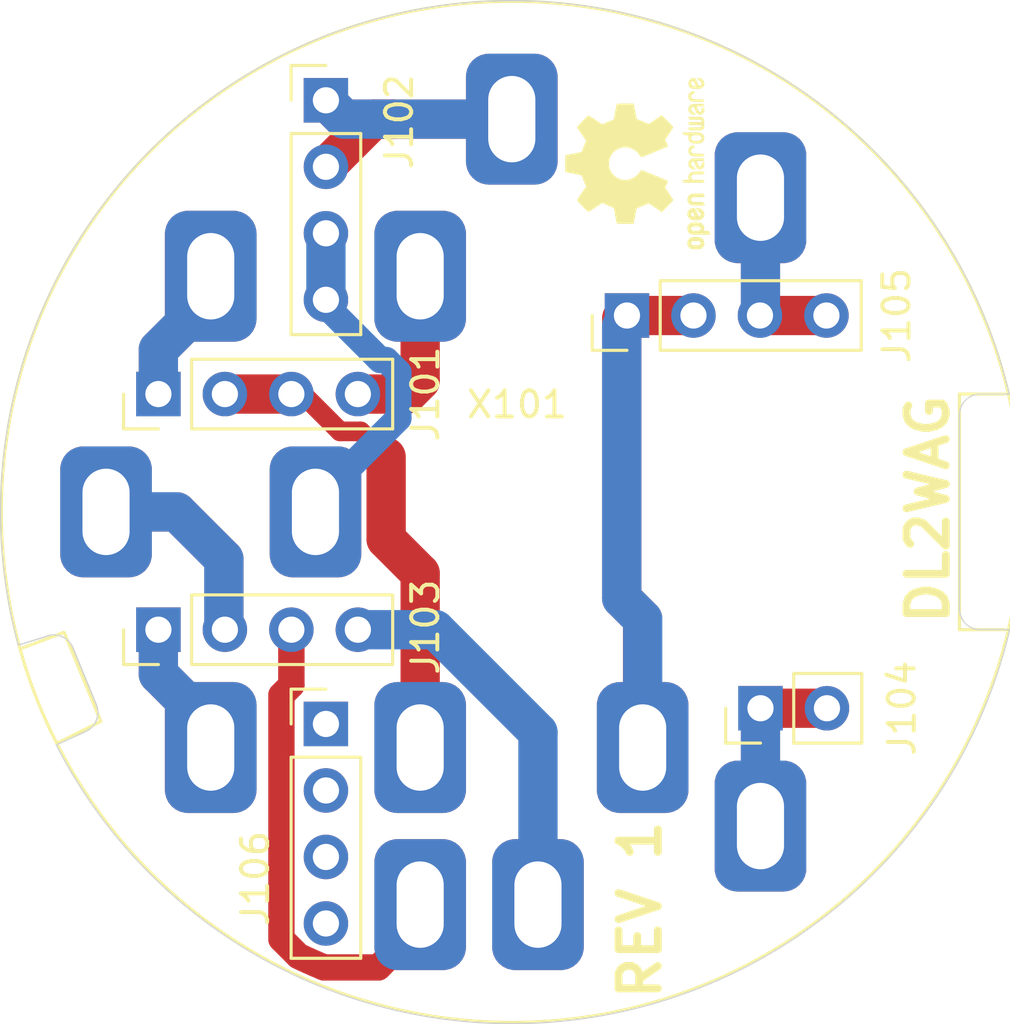
<source format=kicad_pcb>
(kicad_pcb (version 20171130) (host pcbnew 5.1.9-73d0e3b20d~88~ubuntu18.04.1)

  (general
    (thickness 1.6)
    (drawings 14)
    (tracks 84)
    (zones 0)
    (modules 8)
    (nets 13)
  )

  (page A4)
  (title_block
    (title "Anschlussstecker Fernbedienung SABA 6-3D")
    (date 2021-01-11)
    (rev 1)
    (company "Martin Wagner DL2WAG")
    (comment 1 "Lizenz: CERN-OHL-W (OHL v2)")
    (comment 3 "Radios 6-3D von 1955 (Meersburg, Freiburg, weitere?)")
    (comment 4 "Adapter Anschlussstecker für Fernbedienung SABA")
  )

  (layers
    (0 F.Cu signal hide)
    (31 B.Cu signal hide)
    (32 B.Adhes user hide)
    (33 F.Adhes user hide)
    (34 B.Paste user hide)
    (35 F.Paste user hide)
    (36 B.SilkS user hide)
    (37 F.SilkS user)
    (38 B.Mask user hide)
    (39 F.Mask user hide)
    (40 Dwgs.User user hide)
    (41 Cmts.User user hide)
    (42 Eco1.User user hide)
    (43 Eco2.User user hide)
    (44 Edge.Cuts user)
    (45 Margin user hide)
    (46 B.CrtYd user hide)
    (47 F.CrtYd user hide)
    (48 B.Fab user hide)
    (49 F.Fab user)
  )

  (setup
    (last_trace_width 0.25)
    (user_trace_width 0.25)
    (user_trace_width 0.5)
    (user_trace_width 1)
    (user_trace_width 1.5)
    (user_trace_width 2)
    (trace_clearance 0.2)
    (zone_clearance 0.508)
    (zone_45_only no)
    (trace_min 0.2)
    (via_size 0.8)
    (via_drill 0.4)
    (via_min_size 0.4)
    (via_min_drill 0.3)
    (uvia_size 0.3)
    (uvia_drill 0.1)
    (uvias_allowed no)
    (uvia_min_size 0.2)
    (uvia_min_drill 0.1)
    (edge_width 0.05)
    (segment_width 0.2)
    (pcb_text_width 0.3)
    (pcb_text_size 1.5 1.5)
    (mod_edge_width 0.12)
    (mod_text_size 1 1)
    (mod_text_width 0.15)
    (pad_size 1.524 1.524)
    (pad_drill 0.762)
    (pad_to_mask_clearance 0)
    (aux_axis_origin 0 0)
    (visible_elements FFFFFF7F)
    (pcbplotparams
      (layerselection 0x21020_7ffffffe)
      (usegerberextensions false)
      (usegerberattributes true)
      (usegerberadvancedattributes true)
      (creategerberjobfile true)
      (excludeedgelayer true)
      (linewidth 0.100000)
      (plotframeref false)
      (viasonmask false)
      (mode 1)
      (useauxorigin false)
      (hpglpennumber 1)
      (hpglpenspeed 20)
      (hpglpendiameter 15.000000)
      (psnegative false)
      (psa4output false)
      (plotreference true)
      (plotvalue false)
      (plotinvisibletext false)
      (padsonsilk false)
      (subtractmaskfromsilk false)
      (outputformat 4)
      (mirror false)
      (drillshape 0)
      (scaleselection 1)
      (outputdirectory "pcb/"))
  )

  (net 0 "")
  (net 1 "Net-(J101-Pad4)")
  (net 2 "Net-(J101-Pad2)")
  (net 3 "Net-(J101-Pad1)")
  (net 4 "Net-(J102-Pad3)")
  (net 5 "Net-(J102-Pad1)")
  (net 6 "Net-(J103-Pad4)")
  (net 7 "Net-(J103-Pad3)")
  (net 8 "Net-(J103-Pad2)")
  (net 9 "Net-(J103-Pad1)")
  (net 10 "Net-(J104-Pad1)")
  (net 11 "Net-(J105-Pad3)")
  (net 12 "Net-(J105-Pad1)")

  (net_class Default "This is the default net class."
    (clearance 0.2)
    (trace_width 0.25)
    (via_dia 0.8)
    (via_drill 0.4)
    (uvia_dia 0.3)
    (uvia_drill 0.1)
    (add_net "Net-(J101-Pad1)")
    (add_net "Net-(J101-Pad2)")
    (add_net "Net-(J101-Pad4)")
    (add_net "Net-(J102-Pad1)")
    (add_net "Net-(J102-Pad3)")
    (add_net "Net-(J103-Pad1)")
    (add_net "Net-(J103-Pad2)")
    (add_net "Net-(J103-Pad3)")
    (add_net "Net-(J103-Pad4)")
    (add_net "Net-(J104-Pad1)")
    (add_net "Net-(J105-Pad1)")
    (add_net "Net-(J105-Pad3)")
  )

  (module Symbol:OSHW-Logo2_7.3x6mm_SilkScreen (layer F.Cu) (tedit 0) (tstamp 5FFC9A4B)
    (at 134.8 66.7 90)
    (descr "Open Source Hardware Symbol")
    (tags "Logo Symbol OSHW")
    (attr virtual)
    (fp_text reference REF** (at 0 0 90) (layer F.SilkS) hide
      (effects (font (size 1 1) (thickness 0.15)))
    )
    (fp_text value OSHW-Logo2_7.3x6mm_SilkScreen (at 0.75 0 90) (layer F.Fab) hide
      (effects (font (size 1 1) (thickness 0.15)))
    )
    (fp_poly (pts (xy 0.10391 -2.757652) (xy 0.182454 -2.757222) (xy 0.239298 -2.756058) (xy 0.278105 -2.753793)
      (xy 0.302538 -2.75006) (xy 0.316262 -2.744494) (xy 0.32294 -2.736727) (xy 0.326236 -2.726395)
      (xy 0.326556 -2.725057) (xy 0.331562 -2.700921) (xy 0.340829 -2.653299) (xy 0.353392 -2.587259)
      (xy 0.368287 -2.507872) (xy 0.384551 -2.420204) (xy 0.385119 -2.417125) (xy 0.40141 -2.331211)
      (xy 0.416652 -2.255304) (xy 0.429861 -2.193955) (xy 0.440054 -2.151718) (xy 0.446248 -2.133145)
      (xy 0.446543 -2.132816) (xy 0.464788 -2.123747) (xy 0.502405 -2.108633) (xy 0.551271 -2.090738)
      (xy 0.551543 -2.090642) (xy 0.613093 -2.067507) (xy 0.685657 -2.038035) (xy 0.754057 -2.008403)
      (xy 0.757294 -2.006938) (xy 0.868702 -1.956374) (xy 1.115399 -2.12484) (xy 1.191077 -2.176197)
      (xy 1.259631 -2.222111) (xy 1.317088 -2.25997) (xy 1.359476 -2.287163) (xy 1.382825 -2.301079)
      (xy 1.385042 -2.302111) (xy 1.40201 -2.297516) (xy 1.433701 -2.275345) (xy 1.481352 -2.234553)
      (xy 1.546198 -2.174095) (xy 1.612397 -2.109773) (xy 1.676214 -2.046388) (xy 1.733329 -1.988549)
      (xy 1.780305 -1.939825) (xy 1.813703 -1.90379) (xy 1.830085 -1.884016) (xy 1.830694 -1.882998)
      (xy 1.832505 -1.869428) (xy 1.825683 -1.847267) (xy 1.80854 -1.813522) (xy 1.779393 -1.7652)
      (xy 1.736555 -1.699308) (xy 1.679448 -1.614483) (xy 1.628766 -1.539823) (xy 1.583461 -1.47286)
      (xy 1.54615 -1.417484) (xy 1.519452 -1.37758) (xy 1.505985 -1.357038) (xy 1.505137 -1.355644)
      (xy 1.506781 -1.335962) (xy 1.519245 -1.297707) (xy 1.540048 -1.248111) (xy 1.547462 -1.232272)
      (xy 1.579814 -1.16171) (xy 1.614328 -1.081647) (xy 1.642365 -1.012371) (xy 1.662568 -0.960955)
      (xy 1.678615 -0.921881) (xy 1.687888 -0.901459) (xy 1.689041 -0.899886) (xy 1.706096 -0.897279)
      (xy 1.746298 -0.890137) (xy 1.804302 -0.879477) (xy 1.874763 -0.866315) (xy 1.952335 -0.851667)
      (xy 2.031672 -0.836551) (xy 2.107431 -0.821982) (xy 2.174264 -0.808978) (xy 2.226828 -0.798555)
      (xy 2.259776 -0.79173) (xy 2.267857 -0.789801) (xy 2.276205 -0.785038) (xy 2.282506 -0.774282)
      (xy 2.287045 -0.753902) (xy 2.290104 -0.720266) (xy 2.291967 -0.669745) (xy 2.292918 -0.598708)
      (xy 2.29324 -0.503524) (xy 2.293257 -0.464508) (xy 2.293257 -0.147201) (xy 2.217057 -0.132161)
      (xy 2.174663 -0.124005) (xy 2.1114 -0.112101) (xy 2.034962 -0.097884) (xy 1.953043 -0.08279)
      (xy 1.9304 -0.078645) (xy 1.854806 -0.063947) (xy 1.788953 -0.049495) (xy 1.738366 -0.036625)
      (xy 1.708574 -0.026678) (xy 1.703612 -0.023713) (xy 1.691426 -0.002717) (xy 1.673953 0.037967)
      (xy 1.654577 0.090322) (xy 1.650734 0.1016) (xy 1.625339 0.171523) (xy 1.593817 0.250418)
      (xy 1.562969 0.321266) (xy 1.562817 0.321595) (xy 1.511447 0.432733) (xy 1.680399 0.681253)
      (xy 1.849352 0.929772) (xy 1.632429 1.147058) (xy 1.566819 1.211726) (xy 1.506979 1.268733)
      (xy 1.456267 1.315033) (xy 1.418046 1.347584) (xy 1.395675 1.363343) (xy 1.392466 1.364343)
      (xy 1.373626 1.356469) (xy 1.33518 1.334578) (xy 1.28133 1.301267) (xy 1.216276 1.259131)
      (xy 1.14594 1.211943) (xy 1.074555 1.16381) (xy 1.010908 1.121928) (xy 0.959041 1.088871)
      (xy 0.922995 1.067218) (xy 0.906867 1.059543) (xy 0.887189 1.066037) (xy 0.849875 1.08315)
      (xy 0.802621 1.107326) (xy 0.797612 1.110013) (xy 0.733977 1.141927) (xy 0.690341 1.157579)
      (xy 0.663202 1.157745) (xy 0.649057 1.143204) (xy 0.648975 1.143) (xy 0.641905 1.125779)
      (xy 0.625042 1.084899) (xy 0.599695 1.023525) (xy 0.567171 0.944819) (xy 0.528778 0.851947)
      (xy 0.485822 0.748072) (xy 0.444222 0.647502) (xy 0.398504 0.536516) (xy 0.356526 0.433703)
      (xy 0.319548 0.342215) (xy 0.288827 0.265201) (xy 0.265622 0.205815) (xy 0.25119 0.167209)
      (xy 0.246743 0.1528) (xy 0.257896 0.136272) (xy 0.287069 0.10993) (xy 0.325971 0.080887)
      (xy 0.436757 -0.010961) (xy 0.523351 -0.116241) (xy 0.584716 -0.232734) (xy 0.619815 -0.358224)
      (xy 0.627608 -0.490493) (xy 0.621943 -0.551543) (xy 0.591078 -0.678205) (xy 0.53792 -0.790059)
      (xy 0.465767 -0.885999) (xy 0.377917 -0.964924) (xy 0.277665 -1.02573) (xy 0.16831 -1.067313)
      (xy 0.053147 -1.088572) (xy -0.064525 -1.088401) (xy -0.18141 -1.065699) (xy -0.294211 -1.019362)
      (xy -0.399631 -0.948287) (xy -0.443632 -0.908089) (xy -0.528021 -0.804871) (xy -0.586778 -0.692075)
      (xy -0.620296 -0.57299) (xy -0.628965 -0.450905) (xy -0.613177 -0.329107) (xy -0.573322 -0.210884)
      (xy -0.509793 -0.099525) (xy -0.422979 0.001684) (xy -0.325971 0.080887) (xy -0.285563 0.111162)
      (xy -0.257018 0.137219) (xy -0.246743 0.152825) (xy -0.252123 0.169843) (xy -0.267425 0.2105)
      (xy -0.291388 0.271642) (xy -0.322756 0.350119) (xy -0.360268 0.44278) (xy -0.402667 0.546472)
      (xy -0.444337 0.647526) (xy -0.49031 0.758607) (xy -0.532893 0.861541) (xy -0.570779 0.953165)
      (xy -0.60266 1.030316) (xy -0.627229 1.089831) (xy -0.64318 1.128544) (xy -0.64909 1.143)
      (xy -0.663052 1.157685) (xy -0.69006 1.157642) (xy -0.733587 1.142099) (xy -0.79711 1.110284)
      (xy -0.797612 1.110013) (xy -0.84544 1.085323) (xy -0.884103 1.067338) (xy -0.905905 1.059614)
      (xy -0.906867 1.059543) (xy -0.923279 1.067378) (xy -0.959513 1.089165) (xy -1.011526 1.122328)
      (xy -1.075275 1.164291) (xy -1.14594 1.211943) (xy -1.217884 1.260191) (xy -1.282726 1.302151)
      (xy -1.336265 1.335227) (xy -1.374303 1.356821) (xy -1.392467 1.364343) (xy -1.409192 1.354457)
      (xy -1.44282 1.326826) (xy -1.48999 1.284495) (xy -1.547342 1.230505) (xy -1.611516 1.167899)
      (xy -1.632503 1.146983) (xy -1.849501 0.929623) (xy -1.684332 0.68722) (xy -1.634136 0.612781)
      (xy -1.590081 0.545972) (xy -1.554638 0.490665) (xy -1.530281 0.450729) (xy -1.519478 0.430036)
      (xy -1.519162 0.428563) (xy -1.524857 0.409058) (xy -1.540174 0.369822) (xy -1.562463 0.31743)
      (xy -1.578107 0.282355) (xy -1.607359 0.215201) (xy -1.634906 0.147358) (xy -1.656263 0.090034)
      (xy -1.662065 0.072572) (xy -1.678548 0.025938) (xy -1.69466 -0.010095) (xy -1.70351 -0.023713)
      (xy -1.72304 -0.032048) (xy -1.765666 -0.043863) (xy -1.825855 -0.057819) (xy -1.898078 -0.072578)
      (xy -1.9304 -0.078645) (xy -2.012478 -0.093727) (xy -2.091205 -0.108331) (xy -2.158891 -0.12102)
      (xy -2.20784 -0.130358) (xy -2.217057 -0.132161) (xy -2.293257 -0.147201) (xy -2.293257 -0.464508)
      (xy -2.293086 -0.568846) (xy -2.292384 -0.647787) (xy -2.290866 -0.704962) (xy -2.288251 -0.744001)
      (xy -2.284254 -0.768535) (xy -2.278591 -0.782195) (xy -2.27098 -0.788611) (xy -2.267857 -0.789801)
      (xy -2.249022 -0.79402) (xy -2.207412 -0.802438) (xy -2.14837 -0.814039) (xy -2.077243 -0.827805)
      (xy -1.999375 -0.84272) (xy -1.920113 -0.857768) (xy -1.844802 -0.871931) (xy -1.778787 -0.884194)
      (xy -1.727413 -0.893539) (xy -1.696025 -0.89895) (xy -1.689041 -0.899886) (xy -1.682715 -0.912404)
      (xy -1.66871 -0.945754) (xy -1.649645 -0.993623) (xy -1.642366 -1.012371) (xy -1.613004 -1.084805)
      (xy -1.578429 -1.16483) (xy -1.547463 -1.232272) (xy -1.524677 -1.283841) (xy -1.509518 -1.326215)
      (xy -1.504458 -1.352166) (xy -1.505264 -1.355644) (xy -1.515959 -1.372064) (xy -1.54038 -1.408583)
      (xy -1.575905 -1.461313) (xy -1.619913 -1.526365) (xy -1.669783 -1.599849) (xy -1.679644 -1.614355)
      (xy -1.737508 -1.700296) (xy -1.780044 -1.765739) (xy -1.808946 -1.813696) (xy -1.82591 -1.84718)
      (xy -1.832633 -1.869205) (xy -1.83081 -1.882783) (xy -1.830764 -1.882869) (xy -1.816414 -1.900703)
      (xy -1.784677 -1.935183) (xy -1.73899 -1.982732) (xy -1.682796 -2.039778) (xy -1.619532 -2.102745)
      (xy -1.612398 -2.109773) (xy -1.53267 -2.18698) (xy -1.471143 -2.24367) (xy -1.426579 -2.28089)
      (xy -1.397743 -2.299685) (xy -1.385042 -2.302111) (xy -1.366506 -2.291529) (xy -1.328039 -2.267084)
      (xy -1.273614 -2.231388) (xy -1.207202 -2.187053) (xy -1.132775 -2.136689) (xy -1.115399 -2.12484)
      (xy -0.868703 -1.956374) (xy -0.757294 -2.006938) (xy -0.689543 -2.036405) (xy -0.616817 -2.066041)
      (xy -0.554297 -2.08967) (xy -0.551543 -2.090642) (xy -0.50264 -2.108543) (xy -0.464943 -2.12368)
      (xy -0.446575 -2.13279) (xy -0.446544 -2.132816) (xy -0.440715 -2.149283) (xy -0.430808 -2.189781)
      (xy -0.417805 -2.249758) (xy -0.402691 -2.32466) (xy -0.386448 -2.409936) (xy -0.385119 -2.417125)
      (xy -0.368825 -2.504986) (xy -0.353867 -2.58474) (xy -0.341209 -2.651319) (xy -0.331814 -2.699653)
      (xy -0.326646 -2.724675) (xy -0.326556 -2.725057) (xy -0.323411 -2.735701) (xy -0.317296 -2.743738)
      (xy -0.304547 -2.749533) (xy -0.2815 -2.753453) (xy -0.244491 -2.755865) (xy -0.189856 -2.757135)
      (xy -0.113933 -2.757629) (xy -0.013056 -2.757714) (xy 0 -2.757714) (xy 0.10391 -2.757652)) (layer F.SilkS) (width 0.01))
    (fp_poly (pts (xy 3.153595 1.966966) (xy 3.211021 2.004497) (xy 3.238719 2.038096) (xy 3.260662 2.099064)
      (xy 3.262405 2.147308) (xy 3.258457 2.211816) (xy 3.109686 2.276934) (xy 3.037349 2.310202)
      (xy 2.990084 2.336964) (xy 2.965507 2.360144) (xy 2.961237 2.382667) (xy 2.974889 2.407455)
      (xy 2.989943 2.423886) (xy 3.033746 2.450235) (xy 3.081389 2.452081) (xy 3.125145 2.431546)
      (xy 3.157289 2.390752) (xy 3.163038 2.376347) (xy 3.190576 2.331356) (xy 3.222258 2.312182)
      (xy 3.265714 2.295779) (xy 3.265714 2.357966) (xy 3.261872 2.400283) (xy 3.246823 2.435969)
      (xy 3.21528 2.476943) (xy 3.210592 2.482267) (xy 3.175506 2.51872) (xy 3.145347 2.538283)
      (xy 3.107615 2.547283) (xy 3.076335 2.55023) (xy 3.020385 2.550965) (xy 2.980555 2.54166)
      (xy 2.955708 2.527846) (xy 2.916656 2.497467) (xy 2.889625 2.464613) (xy 2.872517 2.423294)
      (xy 2.863238 2.367521) (xy 2.859693 2.291305) (xy 2.85941 2.252622) (xy 2.860372 2.206247)
      (xy 2.948007 2.206247) (xy 2.949023 2.231126) (xy 2.951556 2.2352) (xy 2.968274 2.229665)
      (xy 3.004249 2.215017) (xy 3.052331 2.19419) (xy 3.062386 2.189714) (xy 3.123152 2.158814)
      (xy 3.156632 2.131657) (xy 3.16399 2.10622) (xy 3.146391 2.080481) (xy 3.131856 2.069109)
      (xy 3.07941 2.046364) (xy 3.030322 2.050122) (xy 2.989227 2.077884) (xy 2.960758 2.127152)
      (xy 2.951631 2.166257) (xy 2.948007 2.206247) (xy 2.860372 2.206247) (xy 2.861285 2.162249)
      (xy 2.868196 2.095384) (xy 2.881884 2.046695) (xy 2.904096 2.010849) (xy 2.936574 1.982513)
      (xy 2.950733 1.973355) (xy 3.015053 1.949507) (xy 3.085473 1.948006) (xy 3.153595 1.966966)) (layer F.SilkS) (width 0.01))
    (fp_poly (pts (xy 2.6526 1.958752) (xy 2.669948 1.966334) (xy 2.711356 1.999128) (xy 2.746765 2.046547)
      (xy 2.768664 2.097151) (xy 2.772229 2.122098) (xy 2.760279 2.156927) (xy 2.734067 2.175357)
      (xy 2.705964 2.186516) (xy 2.693095 2.188572) (xy 2.686829 2.173649) (xy 2.674456 2.141175)
      (xy 2.669028 2.126502) (xy 2.63859 2.075744) (xy 2.59452 2.050427) (xy 2.53801 2.051206)
      (xy 2.533825 2.052203) (xy 2.503655 2.066507) (xy 2.481476 2.094393) (xy 2.466327 2.139287)
      (xy 2.45725 2.204615) (xy 2.453286 2.293804) (xy 2.452914 2.341261) (xy 2.45273 2.416071)
      (xy 2.451522 2.467069) (xy 2.448309 2.499471) (xy 2.442109 2.518495) (xy 2.43194 2.529356)
      (xy 2.416819 2.537272) (xy 2.415946 2.53767) (xy 2.386828 2.549981) (xy 2.372403 2.554514)
      (xy 2.370186 2.540809) (xy 2.368289 2.502925) (xy 2.366847 2.445715) (xy 2.365998 2.374027)
      (xy 2.365829 2.321565) (xy 2.366692 2.220047) (xy 2.37007 2.143032) (xy 2.377142 2.086023)
      (xy 2.389088 2.044526) (xy 2.40709 2.014043) (xy 2.432327 1.99008) (xy 2.457247 1.973355)
      (xy 2.517171 1.951097) (xy 2.586911 1.946076) (xy 2.6526 1.958752)) (layer F.SilkS) (width 0.01))
    (fp_poly (pts (xy 2.144876 1.956335) (xy 2.186667 1.975344) (xy 2.219469 1.998378) (xy 2.243503 2.024133)
      (xy 2.260097 2.057358) (xy 2.270577 2.1028) (xy 2.276271 2.165207) (xy 2.278507 2.249327)
      (xy 2.278743 2.304721) (xy 2.278743 2.520826) (xy 2.241774 2.53767) (xy 2.212656 2.549981)
      (xy 2.198231 2.554514) (xy 2.195472 2.541025) (xy 2.193282 2.504653) (xy 2.191942 2.451542)
      (xy 2.191657 2.409372) (xy 2.190434 2.348447) (xy 2.187136 2.300115) (xy 2.182321 2.270518)
      (xy 2.178496 2.264229) (xy 2.152783 2.270652) (xy 2.112418 2.287125) (xy 2.065679 2.309458)
      (xy 2.020845 2.333457) (xy 1.986193 2.35493) (xy 1.970002 2.369685) (xy 1.969938 2.369845)
      (xy 1.97133 2.397152) (xy 1.983818 2.423219) (xy 2.005743 2.444392) (xy 2.037743 2.451474)
      (xy 2.065092 2.450649) (xy 2.103826 2.450042) (xy 2.124158 2.459116) (xy 2.136369 2.483092)
      (xy 2.137909 2.487613) (xy 2.143203 2.521806) (xy 2.129047 2.542568) (xy 2.092148 2.552462)
      (xy 2.052289 2.554292) (xy 1.980562 2.540727) (xy 1.943432 2.521355) (xy 1.897576 2.475845)
      (xy 1.873256 2.419983) (xy 1.871073 2.360957) (xy 1.891629 2.305953) (xy 1.922549 2.271486)
      (xy 1.95342 2.252189) (xy 2.001942 2.227759) (xy 2.058485 2.202985) (xy 2.06791 2.199199)
      (xy 2.130019 2.171791) (xy 2.165822 2.147634) (xy 2.177337 2.123619) (xy 2.16658 2.096635)
      (xy 2.148114 2.075543) (xy 2.104469 2.049572) (xy 2.056446 2.047624) (xy 2.012406 2.067637)
      (xy 1.980709 2.107551) (xy 1.976549 2.117848) (xy 1.952327 2.155724) (xy 1.916965 2.183842)
      (xy 1.872343 2.206917) (xy 1.872343 2.141485) (xy 1.874969 2.101506) (xy 1.88623 2.069997)
      (xy 1.911199 2.036378) (xy 1.935169 2.010484) (xy 1.972441 1.973817) (xy 2.001401 1.954121)
      (xy 2.032505 1.94622) (xy 2.067713 1.944914) (xy 2.144876 1.956335)) (layer F.SilkS) (width 0.01))
    (fp_poly (pts (xy 1.779833 1.958663) (xy 1.782048 1.99685) (xy 1.783784 2.054886) (xy 1.784899 2.12818)
      (xy 1.785257 2.205055) (xy 1.785257 2.465196) (xy 1.739326 2.511127) (xy 1.707675 2.539429)
      (xy 1.67989 2.550893) (xy 1.641915 2.550168) (xy 1.62684 2.548321) (xy 1.579726 2.542948)
      (xy 1.540756 2.539869) (xy 1.531257 2.539585) (xy 1.499233 2.541445) (xy 1.453432 2.546114)
      (xy 1.435674 2.548321) (xy 1.392057 2.551735) (xy 1.362745 2.54432) (xy 1.33368 2.521427)
      (xy 1.323188 2.511127) (xy 1.277257 2.465196) (xy 1.277257 1.978602) (xy 1.314226 1.961758)
      (xy 1.346059 1.949282) (xy 1.364683 1.944914) (xy 1.369458 1.958718) (xy 1.373921 1.997286)
      (xy 1.377775 2.056356) (xy 1.380722 2.131663) (xy 1.382143 2.195286) (xy 1.386114 2.445657)
      (xy 1.420759 2.450556) (xy 1.452268 2.447131) (xy 1.467708 2.436041) (xy 1.472023 2.415308)
      (xy 1.475708 2.371145) (xy 1.478469 2.309146) (xy 1.480012 2.234909) (xy 1.480235 2.196706)
      (xy 1.480457 1.976783) (xy 1.526166 1.960849) (xy 1.558518 1.950015) (xy 1.576115 1.944962)
      (xy 1.576623 1.944914) (xy 1.578388 1.958648) (xy 1.580329 1.99673) (xy 1.582282 2.054482)
      (xy 1.584084 2.127227) (xy 1.585343 2.195286) (xy 1.589314 2.445657) (xy 1.6764 2.445657)
      (xy 1.680396 2.21724) (xy 1.684392 1.988822) (xy 1.726847 1.966868) (xy 1.758192 1.951793)
      (xy 1.776744 1.944951) (xy 1.777279 1.944914) (xy 1.779833 1.958663)) (layer F.SilkS) (width 0.01))
    (fp_poly (pts (xy 1.190117 2.065358) (xy 1.189933 2.173837) (xy 1.189219 2.257287) (xy 1.187675 2.319704)
      (xy 1.185001 2.365085) (xy 1.180894 2.397429) (xy 1.175055 2.420733) (xy 1.167182 2.438995)
      (xy 1.161221 2.449418) (xy 1.111855 2.505945) (xy 1.049264 2.541377) (xy 0.980013 2.55409)
      (xy 0.910668 2.542463) (xy 0.869375 2.521568) (xy 0.826025 2.485422) (xy 0.796481 2.441276)
      (xy 0.778655 2.383462) (xy 0.770463 2.306313) (xy 0.769302 2.249714) (xy 0.769458 2.245647)
      (xy 0.870857 2.245647) (xy 0.871476 2.31055) (xy 0.874314 2.353514) (xy 0.88084 2.381622)
      (xy 0.892523 2.401953) (xy 0.906483 2.417288) (xy 0.953365 2.44689) (xy 1.003701 2.449419)
      (xy 1.051276 2.424705) (xy 1.054979 2.421356) (xy 1.070783 2.403935) (xy 1.080693 2.383209)
      (xy 1.086058 2.352362) (xy 1.088228 2.304577) (xy 1.088571 2.251748) (xy 1.087827 2.185381)
      (xy 1.084748 2.141106) (xy 1.078061 2.112009) (xy 1.066496 2.091173) (xy 1.057013 2.080107)
      (xy 1.01296 2.052198) (xy 0.962224 2.048843) (xy 0.913796 2.070159) (xy 0.90445 2.078073)
      (xy 0.88854 2.095647) (xy 0.87861 2.116587) (xy 0.873278 2.147782) (xy 0.871163 2.196122)
      (xy 0.870857 2.245647) (xy 0.769458 2.245647) (xy 0.77281 2.158568) (xy 0.784726 2.090086)
      (xy 0.807135 2.0386) (xy 0.842124 1.998443) (xy 0.869375 1.977861) (xy 0.918907 1.955625)
      (xy 0.976316 1.945304) (xy 1.029682 1.948067) (xy 1.059543 1.959212) (xy 1.071261 1.962383)
      (xy 1.079037 1.950557) (xy 1.084465 1.918866) (xy 1.088571 1.870593) (xy 1.093067 1.816829)
      (xy 1.099313 1.784482) (xy 1.110676 1.765985) (xy 1.130528 1.75377) (xy 1.143 1.748362)
      (xy 1.190171 1.728601) (xy 1.190117 2.065358)) (layer F.SilkS) (width 0.01))
    (fp_poly (pts (xy 0.529926 1.949755) (xy 0.595858 1.974084) (xy 0.649273 2.017117) (xy 0.670164 2.047409)
      (xy 0.692939 2.102994) (xy 0.692466 2.143186) (xy 0.668562 2.170217) (xy 0.659717 2.174813)
      (xy 0.62153 2.189144) (xy 0.602028 2.185472) (xy 0.595422 2.161407) (xy 0.595086 2.148114)
      (xy 0.582992 2.09921) (xy 0.551471 2.064999) (xy 0.507659 2.048476) (xy 0.458695 2.052634)
      (xy 0.418894 2.074227) (xy 0.40545 2.086544) (xy 0.395921 2.101487) (xy 0.389485 2.124075)
      (xy 0.385317 2.159328) (xy 0.382597 2.212266) (xy 0.380502 2.287907) (xy 0.37996 2.311857)
      (xy 0.377981 2.39379) (xy 0.375731 2.451455) (xy 0.372357 2.489608) (xy 0.367006 2.513004)
      (xy 0.358824 2.526398) (xy 0.346959 2.534545) (xy 0.339362 2.538144) (xy 0.307102 2.550452)
      (xy 0.288111 2.554514) (xy 0.281836 2.540948) (xy 0.278006 2.499934) (xy 0.2766 2.430999)
      (xy 0.277598 2.333669) (xy 0.277908 2.318657) (xy 0.280101 2.229859) (xy 0.282693 2.165019)
      (xy 0.286382 2.119067) (xy 0.291864 2.086935) (xy 0.299835 2.063553) (xy 0.310993 2.043852)
      (xy 0.31683 2.03541) (xy 0.350296 1.998057) (xy 0.387727 1.969003) (xy 0.392309 1.966467)
      (xy 0.459426 1.946443) (xy 0.529926 1.949755)) (layer F.SilkS) (width 0.01))
    (fp_poly (pts (xy 0.039744 1.950968) (xy 0.096616 1.972087) (xy 0.097267 1.972493) (xy 0.13244 1.99838)
      (xy 0.158407 2.028633) (xy 0.17667 2.068058) (xy 0.188732 2.121462) (xy 0.196096 2.193651)
      (xy 0.200264 2.289432) (xy 0.200629 2.303078) (xy 0.205876 2.508842) (xy 0.161716 2.531678)
      (xy 0.129763 2.54711) (xy 0.11047 2.554423) (xy 0.109578 2.554514) (xy 0.106239 2.541022)
      (xy 0.103587 2.504626) (xy 0.101956 2.451452) (xy 0.1016 2.408393) (xy 0.101592 2.338641)
      (xy 0.098403 2.294837) (xy 0.087288 2.273944) (xy 0.063501 2.272925) (xy 0.022296 2.288741)
      (xy -0.039914 2.317815) (xy -0.085659 2.341963) (xy -0.109187 2.362913) (xy -0.116104 2.385747)
      (xy -0.116114 2.386877) (xy -0.104701 2.426212) (xy -0.070908 2.447462) (xy -0.019191 2.450539)
      (xy 0.018061 2.450006) (xy 0.037703 2.460735) (xy 0.049952 2.486505) (xy 0.057002 2.519337)
      (xy 0.046842 2.537966) (xy 0.043017 2.540632) (xy 0.007001 2.55134) (xy -0.043434 2.552856)
      (xy -0.095374 2.545759) (xy -0.132178 2.532788) (xy -0.183062 2.489585) (xy -0.211986 2.429446)
      (xy -0.217714 2.382462) (xy -0.213343 2.340082) (xy -0.197525 2.305488) (xy -0.166203 2.274763)
      (xy -0.115322 2.24399) (xy -0.040824 2.209252) (xy -0.036286 2.207288) (xy 0.030821 2.176287)
      (xy 0.072232 2.150862) (xy 0.089981 2.128014) (xy 0.086107 2.104745) (xy 0.062643 2.078056)
      (xy 0.055627 2.071914) (xy 0.00863 2.0481) (xy -0.040067 2.049103) (xy -0.082478 2.072451)
      (xy -0.110616 2.115675) (xy -0.113231 2.12416) (xy -0.138692 2.165308) (xy -0.170999 2.185128)
      (xy -0.217714 2.20477) (xy -0.217714 2.15395) (xy -0.203504 2.080082) (xy -0.161325 2.012327)
      (xy -0.139376 1.989661) (xy -0.089483 1.960569) (xy -0.026033 1.9474) (xy 0.039744 1.950968)) (layer F.SilkS) (width 0.01))
    (fp_poly (pts (xy -0.624114 1.851289) (xy -0.619861 1.910613) (xy -0.614975 1.945572) (xy -0.608205 1.96082)
      (xy -0.598298 1.961015) (xy -0.595086 1.959195) (xy -0.552356 1.946015) (xy -0.496773 1.946785)
      (xy -0.440263 1.960333) (xy -0.404918 1.977861) (xy -0.368679 2.005861) (xy -0.342187 2.037549)
      (xy -0.324001 2.077813) (xy -0.312678 2.131543) (xy -0.306778 2.203626) (xy -0.304857 2.298951)
      (xy -0.304823 2.317237) (xy -0.3048 2.522646) (xy -0.350509 2.53858) (xy -0.382973 2.54942)
      (xy -0.400785 2.554468) (xy -0.401309 2.554514) (xy -0.403063 2.540828) (xy -0.404556 2.503076)
      (xy -0.405674 2.446224) (xy -0.406303 2.375234) (xy -0.4064 2.332073) (xy -0.406602 2.246973)
      (xy -0.407642 2.185981) (xy -0.410169 2.144177) (xy -0.414836 2.116642) (xy -0.422293 2.098456)
      (xy -0.433189 2.084698) (xy -0.439993 2.078073) (xy -0.486728 2.051375) (xy -0.537728 2.049375)
      (xy -0.583999 2.071955) (xy -0.592556 2.080107) (xy -0.605107 2.095436) (xy -0.613812 2.113618)
      (xy -0.619369 2.139909) (xy -0.622474 2.179562) (xy -0.623824 2.237832) (xy -0.624114 2.318173)
      (xy -0.624114 2.522646) (xy -0.669823 2.53858) (xy -0.702287 2.54942) (xy -0.720099 2.554468)
      (xy -0.720623 2.554514) (xy -0.721963 2.540623) (xy -0.723172 2.501439) (xy -0.724199 2.4407)
      (xy -0.724998 2.362141) (xy -0.725519 2.269498) (xy -0.725714 2.166509) (xy -0.725714 1.769342)
      (xy -0.678543 1.749444) (xy -0.631371 1.729547) (xy -0.624114 1.851289)) (layer F.SilkS) (width 0.01))
    (fp_poly (pts (xy -1.831697 1.931239) (xy -1.774473 1.969735) (xy -1.730251 2.025335) (xy -1.703833 2.096086)
      (xy -1.69849 2.148162) (xy -1.699097 2.169893) (xy -1.704178 2.186531) (xy -1.718145 2.201437)
      (xy -1.745411 2.217973) (xy -1.790388 2.239498) (xy -1.857489 2.269374) (xy -1.857829 2.269524)
      (xy -1.919593 2.297813) (xy -1.970241 2.322933) (xy -2.004596 2.342179) (xy -2.017482 2.352848)
      (xy -2.017486 2.352934) (xy -2.006128 2.376166) (xy -1.979569 2.401774) (xy -1.949077 2.420221)
      (xy -1.93363 2.423886) (xy -1.891485 2.411212) (xy -1.855192 2.379471) (xy -1.837483 2.344572)
      (xy -1.820448 2.318845) (xy -1.787078 2.289546) (xy -1.747851 2.264235) (xy -1.713244 2.250471)
      (xy -1.706007 2.249714) (xy -1.697861 2.26216) (xy -1.69737 2.293972) (xy -1.703357 2.336866)
      (xy -1.714643 2.382558) (xy -1.73005 2.422761) (xy -1.730829 2.424322) (xy -1.777196 2.489062)
      (xy -1.837289 2.533097) (xy -1.905535 2.554711) (xy -1.976362 2.552185) (xy -2.044196 2.523804)
      (xy -2.047212 2.521808) (xy -2.100573 2.473448) (xy -2.13566 2.410352) (xy -2.155078 2.327387)
      (xy -2.157684 2.304078) (xy -2.162299 2.194055) (xy -2.156767 2.142748) (xy -2.017486 2.142748)
      (xy -2.015676 2.174753) (xy -2.005778 2.184093) (xy -1.981102 2.177105) (xy -1.942205 2.160587)
      (xy -1.898725 2.139881) (xy -1.897644 2.139333) (xy -1.860791 2.119949) (xy -1.846 2.107013)
      (xy -1.849647 2.093451) (xy -1.865005 2.075632) (xy -1.904077 2.049845) (xy -1.946154 2.04795)
      (xy -1.983897 2.066717) (xy -2.009966 2.102915) (xy -2.017486 2.142748) (xy -2.156767 2.142748)
      (xy -2.152806 2.106027) (xy -2.12845 2.036212) (xy -2.094544 1.987302) (xy -2.033347 1.937878)
      (xy -1.965937 1.913359) (xy -1.89712 1.911797) (xy -1.831697 1.931239)) (layer F.SilkS) (width 0.01))
    (fp_poly (pts (xy -2.958885 1.921962) (xy -2.890855 1.957733) (xy -2.840649 2.015301) (xy -2.822815 2.052312)
      (xy -2.808937 2.107882) (xy -2.801833 2.178096) (xy -2.80116 2.254727) (xy -2.806573 2.329552)
      (xy -2.81773 2.394342) (xy -2.834286 2.440873) (xy -2.839374 2.448887) (xy -2.899645 2.508707)
      (xy -2.971231 2.544535) (xy -3.048908 2.55502) (xy -3.127452 2.53881) (xy -3.149311 2.529092)
      (xy -3.191878 2.499143) (xy -3.229237 2.459433) (xy -3.232768 2.454397) (xy -3.247119 2.430124)
      (xy -3.256606 2.404178) (xy -3.26221 2.370022) (xy -3.264914 2.321119) (xy -3.265701 2.250935)
      (xy -3.265714 2.2352) (xy -3.265678 2.230192) (xy -3.120571 2.230192) (xy -3.119727 2.29643)
      (xy -3.116404 2.340386) (xy -3.109417 2.368779) (xy -3.097584 2.388325) (xy -3.091543 2.394857)
      (xy -3.056814 2.41968) (xy -3.023097 2.418548) (xy -2.989005 2.397016) (xy -2.968671 2.374029)
      (xy -2.956629 2.340478) (xy -2.949866 2.287569) (xy -2.949402 2.281399) (xy -2.948248 2.185513)
      (xy -2.960312 2.114299) (xy -2.98543 2.068194) (xy -3.02344 2.047635) (xy -3.037008 2.046514)
      (xy -3.072636 2.052152) (xy -3.097006 2.071686) (xy -3.111907 2.109042) (xy -3.119125 2.16815)
      (xy -3.120571 2.230192) (xy -3.265678 2.230192) (xy -3.265174 2.160413) (xy -3.262904 2.108159)
      (xy -3.257932 2.071949) (xy -3.249287 2.045299) (xy -3.235995 2.021722) (xy -3.233057 2.017338)
      (xy -3.183687 1.958249) (xy -3.129891 1.923947) (xy -3.064398 1.910331) (xy -3.042158 1.909665)
      (xy -2.958885 1.921962)) (layer F.SilkS) (width 0.01))
    (fp_poly (pts (xy -1.283907 1.92778) (xy -1.237328 1.954723) (xy -1.204943 1.981466) (xy -1.181258 2.009484)
      (xy -1.164941 2.043748) (xy -1.154661 2.089227) (xy -1.149086 2.150892) (xy -1.146884 2.233711)
      (xy -1.146629 2.293246) (xy -1.146629 2.512391) (xy -1.208314 2.540044) (xy -1.27 2.567697)
      (xy -1.277257 2.32767) (xy -1.280256 2.238028) (xy -1.283402 2.172962) (xy -1.287299 2.128026)
      (xy -1.292553 2.09877) (xy -1.299769 2.080748) (xy -1.30955 2.069511) (xy -1.312688 2.067079)
      (xy -1.360239 2.048083) (xy -1.408303 2.0556) (xy -1.436914 2.075543) (xy -1.448553 2.089675)
      (xy -1.456609 2.10822) (xy -1.461729 2.136334) (xy -1.464559 2.179173) (xy -1.465744 2.241895)
      (xy -1.465943 2.307261) (xy -1.465982 2.389268) (xy -1.467386 2.447316) (xy -1.472086 2.486465)
      (xy -1.482013 2.51178) (xy -1.499097 2.528323) (xy -1.525268 2.541156) (xy -1.560225 2.554491)
      (xy -1.598404 2.569007) (xy -1.593859 2.311389) (xy -1.592029 2.218519) (xy -1.589888 2.149889)
      (xy -1.586819 2.100711) (xy -1.582206 2.066198) (xy -1.575432 2.041562) (xy -1.565881 2.022016)
      (xy -1.554366 2.00477) (xy -1.49881 1.94968) (xy -1.43102 1.917822) (xy -1.357287 1.910191)
      (xy -1.283907 1.92778)) (layer F.SilkS) (width 0.01))
    (fp_poly (pts (xy -2.400256 1.919918) (xy -2.344799 1.947568) (xy -2.295852 1.99848) (xy -2.282371 2.017338)
      (xy -2.267686 2.042015) (xy -2.258158 2.068816) (xy -2.252707 2.104587) (xy -2.250253 2.156169)
      (xy -2.249714 2.224267) (xy -2.252148 2.317588) (xy -2.260606 2.387657) (xy -2.276826 2.439931)
      (xy -2.302546 2.479869) (xy -2.339503 2.512929) (xy -2.342218 2.514886) (xy -2.37864 2.534908)
      (xy -2.422498 2.544815) (xy -2.478276 2.547257) (xy -2.568952 2.547257) (xy -2.56899 2.635283)
      (xy -2.569834 2.684308) (xy -2.574976 2.713065) (xy -2.588413 2.730311) (xy -2.614142 2.744808)
      (xy -2.620321 2.747769) (xy -2.649236 2.761648) (xy -2.671624 2.770414) (xy -2.688271 2.771171)
      (xy -2.699964 2.761023) (xy -2.70749 2.737073) (xy -2.711634 2.696426) (xy -2.713185 2.636186)
      (xy -2.712929 2.553455) (xy -2.711651 2.445339) (xy -2.711252 2.413) (xy -2.709815 2.301524)
      (xy -2.708528 2.228603) (xy -2.569029 2.228603) (xy -2.568245 2.290499) (xy -2.56476 2.330997)
      (xy -2.556876 2.357708) (xy -2.542895 2.378244) (xy -2.533403 2.38826) (xy -2.494596 2.417567)
      (xy -2.460237 2.419952) (xy -2.424784 2.39575) (xy -2.423886 2.394857) (xy -2.409461 2.376153)
      (xy -2.400687 2.350732) (xy -2.396261 2.311584) (xy -2.394882 2.251697) (xy -2.394857 2.23843)
      (xy -2.398188 2.155901) (xy -2.409031 2.098691) (xy -2.42866 2.063766) (xy -2.45835 2.048094)
      (xy -2.475509 2.046514) (xy -2.516234 2.053926) (xy -2.544168 2.07833) (xy -2.560983 2.12298)
      (xy -2.56835 2.19113) (xy -2.569029 2.228603) (xy -2.708528 2.228603) (xy -2.708292 2.215245)
      (xy -2.706323 2.150333) (xy -2.70355 2.102958) (xy -2.699612 2.06929) (xy -2.694151 2.045498)
      (xy -2.686808 2.027753) (xy -2.677223 2.012224) (xy -2.673113 2.006381) (xy -2.618595 1.951185)
      (xy -2.549664 1.91989) (xy -2.469928 1.911165) (xy -2.400256 1.919918)) (layer F.SilkS) (width 0.01))
  )

  (module stecker:stecker-6-3d (layer F.Cu) (tedit 5FFC197B) (tstamp 5FFC9A92)
    (at 130 80)
    (path /5FFB3011)
    (fp_text reference X101 (at 0.2 -4.1) (layer F.SilkS)
      (effects (font (size 1 1) (thickness 0.15)))
    )
    (fp_text value Stecker-6-3D (at 0.5 -21) (layer F.Fab)
      (effects (font (size 1 1) (thickness 0.15)))
    )
    (fp_line (start -15.7 8) (end -17.3 8.8) (layer F.SilkS) (width 0.12))
    (fp_line (start -17.1 4.6) (end -18.7 5.2) (layer F.SilkS) (width 0.12))
    (fp_line (start -17.1 4.6) (end -15.7 8) (layer F.SilkS) (width 0.12))
    (fp_circle (center 0 0) (end 19.5 0) (layer F.SilkS) (width 0.12))
    (fp_line (start 18.85 -4.5) (end 17.1 -4.5) (layer F.SilkS) (width 0.12))
    (fp_line (start 17.1 -4.5) (end 17.1 4.5) (layer F.SilkS) (width 0.12))
    (fp_line (start 17.1 4.5) (end 18.85 4.5) (layer F.SilkS) (width 0.12))
    (fp_text user "ToDo Position nochmal pruefen!!" (at 0.8 24.2) (layer F.SilkS)
      (effects (font (size 1 1) (thickness 0.15)))
    )
    (fp_text user "Pin: Messingstab 1,5x3,0x??mm" (at 1.1 21.5) (layer F.SilkS)
      (effects (font (size 1 1) (thickness 0.15)))
    )
    (pad "" np_thru_hole circle (at 0 0) (size 6 6) (drill 6) (layers *.Cu *.Mask))
    (pad "" np_thru_hole circle (at 10 0) (size 9 9) (drill 9) (layers *.Cu *.Mask))
    (pad 1 thru_hole roundrect (at -15.5 0) (size 3.5 5) (drill oval 1.8 3.3) (layers *.Cu *.Mask) (roundrect_rratio 0.25)
      (net 8 "Net-(J103-Pad2)"))
    (pad 2 thru_hole roundrect (at -11.5 -9) (size 3.5 5) (drill oval 1.8 3.3) (layers *.Cu *.Mask) (roundrect_rratio 0.25)
      (net 3 "Net-(J101-Pad1)"))
    (pad 5 thru_hole roundrect (at -11.5 9) (size 3.5 5) (drill oval 1.8 3.3) (layers *.Cu *.Mask) (roundrect_rratio 0.25)
      (net 9 "Net-(J103-Pad1)"))
    (pad 8 thru_hole roundrect (at -7.5 0) (size 3.5 5) (drill oval 1.8 3.3) (layers *.Cu *.Mask) (roundrect_rratio 0.25)
      (net 4 "Net-(J102-Pad3)"))
    (pad 12 thru_hole roundrect (at -3.5 -9) (size 3.5 5) (drill oval 1.8 3.3) (layers *.Cu *.Mask) (roundrect_rratio 0.25)
      (net 1 "Net-(J101-Pad4)"))
    (pad 13 thru_hole roundrect (at -3.5 9) (size 3.5 5) (drill oval 1.8 3.3) (layers *.Cu *.Mask) (roundrect_rratio 0.25)
      (net 2 "Net-(J101-Pad2)"))
    (pad 14 thru_hole roundrect (at -3.5 15) (size 3.5 5) (drill oval 1.8 3.3) (layers *.Cu *.Mask) (roundrect_rratio 0.25)
      (net 7 "Net-(J103-Pad3)"))
    (pad 15 thru_hole roundrect (at 0 -15) (size 3.5 5) (drill oval 1.8 3.3) (layers *.Cu *.Mask) (roundrect_rratio 0.25)
      (net 5 "Net-(J102-Pad1)"))
    (pad 18 thru_hole roundrect (at 1 15) (size 3.5 5) (drill oval 1.8 3.3) (layers *.Cu *.Mask) (roundrect_rratio 0.25)
      (net 6 "Net-(J103-Pad4)"))
    (pad 23 thru_hole roundrect (at 9.5 -12) (size 3.5 5) (drill oval 1.8 3.3) (layers *.Cu *.Mask) (roundrect_rratio 0.25)
      (net 11 "Net-(J105-Pad3)"))
    (pad 21 thru_hole roundrect (at 5 9) (size 3.5 5) (drill oval 1.8 3.3) (layers *.Cu *.Mask) (roundrect_rratio 0.25)
      (net 12 "Net-(J105-Pad1)"))
    (pad 24 thru_hole roundrect (at 9.5 12) (size 3.5 5) (drill oval 1.8 3.3) (layers *.Cu *.Mask) (roundrect_rratio 0.25)
      (net 10 "Net-(J104-Pad1)"))
  )

  (module Connector_PinHeader_2.54mm:PinHeader_1x02_P2.54mm_Vertical (layer F.Cu) (tedit 59FED5CC) (tstamp 5FFC9CD2)
    (at 139.5 87.5 90)
    (descr "Through hole straight pin header, 1x02, 2.54mm pitch, single row")
    (tags "Through hole pin header THT 1x02 2.54mm single row")
    (path /5FFCDAC5)
    (fp_text reference J104 (at 0 5.4 90) (layer F.SilkS)
      (effects (font (size 1 1) (thickness 0.15)))
    )
    (fp_text value Conn_01x02 (at -2.7 7.2 180) (layer F.Fab)
      (effects (font (size 1 1) (thickness 0.15)))
    )
    (fp_line (start 1.8 -1.8) (end -1.8 -1.8) (layer F.CrtYd) (width 0.05))
    (fp_line (start 1.8 4.35) (end 1.8 -1.8) (layer F.CrtYd) (width 0.05))
    (fp_line (start -1.8 4.35) (end 1.8 4.35) (layer F.CrtYd) (width 0.05))
    (fp_line (start -1.8 -1.8) (end -1.8 4.35) (layer F.CrtYd) (width 0.05))
    (fp_line (start -1.33 -1.33) (end 0 -1.33) (layer F.SilkS) (width 0.12))
    (fp_line (start -1.33 0) (end -1.33 -1.33) (layer F.SilkS) (width 0.12))
    (fp_line (start -1.33 1.27) (end 1.33 1.27) (layer F.SilkS) (width 0.12))
    (fp_line (start 1.33 1.27) (end 1.33 3.87) (layer F.SilkS) (width 0.12))
    (fp_line (start -1.33 1.27) (end -1.33 3.87) (layer F.SilkS) (width 0.12))
    (fp_line (start -1.33 3.87) (end 1.33 3.87) (layer F.SilkS) (width 0.12))
    (fp_line (start -1.27 -0.635) (end -0.635 -1.27) (layer F.Fab) (width 0.1))
    (fp_line (start -1.27 3.81) (end -1.27 -0.635) (layer F.Fab) (width 0.1))
    (fp_line (start 1.27 3.81) (end -1.27 3.81) (layer F.Fab) (width 0.1))
    (fp_line (start 1.27 -1.27) (end 1.27 3.81) (layer F.Fab) (width 0.1))
    (fp_line (start -0.635 -1.27) (end 1.27 -1.27) (layer F.Fab) (width 0.1))
    (fp_text user %R (at 0 1.27) (layer F.Fab)
      (effects (font (size 1 1) (thickness 0.15)))
    )
    (pad 2 thru_hole oval (at 0 2.54 90) (size 1.7 1.7) (drill 1) (layers *.Cu *.Mask)
      (net 10 "Net-(J104-Pad1)"))
    (pad 1 thru_hole rect (at 0 0 90) (size 1.7 1.7) (drill 1) (layers *.Cu *.Mask)
      (net 10 "Net-(J104-Pad1)"))
    (model ${KISYS3DMOD}/Connector_PinHeader_2.54mm.3dshapes/PinHeader_1x02_P2.54mm_Vertical.wrl
      (at (xyz 0 0 0))
      (scale (xyz 1 1 1))
      (rotate (xyz 0 0 0))
    )
  )

  (module Connector_PinHeader_2.54mm:PinHeader_1x04_P2.54mm_Vertical (layer F.Cu) (tedit 59FED5CC) (tstamp 5FFC6650)
    (at 122.9 88.1)
    (descr "Through hole straight pin header, 1x04, 2.54mm pitch, single row")
    (tags "Through hole pin header THT 1x04 2.54mm single row")
    (path /5FFD7E5D)
    (fp_text reference J106 (at -2.7 5.9 90) (layer F.SilkS)
      (effects (font (size 1 1) (thickness 0.15)))
    )
    (fp_text value Conn_01x04 (at -3.2 10.4 180) (layer F.Fab)
      (effects (font (size 1 1) (thickness 0.15)))
    )
    (fp_line (start 1.8 -1.8) (end -1.8 -1.8) (layer F.CrtYd) (width 0.05))
    (fp_line (start 1.8 9.4) (end 1.8 -1.8) (layer F.CrtYd) (width 0.05))
    (fp_line (start -1.8 9.4) (end 1.8 9.4) (layer F.CrtYd) (width 0.05))
    (fp_line (start -1.8 -1.8) (end -1.8 9.4) (layer F.CrtYd) (width 0.05))
    (fp_line (start -1.33 -1.33) (end 0 -1.33) (layer F.SilkS) (width 0.12))
    (fp_line (start -1.33 0) (end -1.33 -1.33) (layer F.SilkS) (width 0.12))
    (fp_line (start -1.33 1.27) (end 1.33 1.27) (layer F.SilkS) (width 0.12))
    (fp_line (start 1.33 1.27) (end 1.33 8.95) (layer F.SilkS) (width 0.12))
    (fp_line (start -1.33 1.27) (end -1.33 8.95) (layer F.SilkS) (width 0.12))
    (fp_line (start -1.33 8.95) (end 1.33 8.95) (layer F.SilkS) (width 0.12))
    (fp_line (start -1.27 -0.635) (end -0.635 -1.27) (layer F.Fab) (width 0.1))
    (fp_line (start -1.27 8.89) (end -1.27 -0.635) (layer F.Fab) (width 0.1))
    (fp_line (start 1.27 8.89) (end -1.27 8.89) (layer F.Fab) (width 0.1))
    (fp_line (start 1.27 -1.27) (end 1.27 8.89) (layer F.Fab) (width 0.1))
    (fp_line (start -0.635 -1.27) (end 1.27 -1.27) (layer F.Fab) (width 0.1))
    (fp_text user %R (at 0 3.81 90) (layer F.Fab)
      (effects (font (size 1 1) (thickness 0.15)))
    )
    (pad 4 thru_hole oval (at 0 7.62) (size 1.7 1.7) (drill 1) (layers *.Cu *.Mask))
    (pad 3 thru_hole oval (at 0 5.08) (size 1.7 1.7) (drill 1) (layers *.Cu *.Mask))
    (pad 2 thru_hole oval (at 0 2.54) (size 1.7 1.7) (drill 1) (layers *.Cu *.Mask))
    (pad 1 thru_hole rect (at 0 0) (size 1.7 1.7) (drill 1) (layers *.Cu *.Mask))
    (model ${KISYS3DMOD}/Connector_PinHeader_2.54mm.3dshapes/PinHeader_1x04_P2.54mm_Vertical.wrl
      (at (xyz 0 0 0))
      (scale (xyz 1 1 1))
      (rotate (xyz 0 0 0))
    )
  )

  (module Connector_PinHeader_2.54mm:PinHeader_1x04_P2.54mm_Vertical (layer F.Cu) (tedit 59FED5CC) (tstamp 5FFC6638)
    (at 134.4 72.5 90)
    (descr "Through hole straight pin header, 1x04, 2.54mm pitch, single row")
    (tags "Through hole pin header THT 1x04 2.54mm single row")
    (path /5FFBFD33)
    (fp_text reference J105 (at 0 10.3 90) (layer F.SilkS)
      (effects (font (size 1 1) (thickness 0.15)))
    )
    (fp_text value Conn_01x04 (at 2.9 12.2 180) (layer F.Fab)
      (effects (font (size 1 1) (thickness 0.15)))
    )
    (fp_line (start 1.8 -1.8) (end -1.8 -1.8) (layer F.CrtYd) (width 0.05))
    (fp_line (start 1.8 9.4) (end 1.8 -1.8) (layer F.CrtYd) (width 0.05))
    (fp_line (start -1.8 9.4) (end 1.8 9.4) (layer F.CrtYd) (width 0.05))
    (fp_line (start -1.8 -1.8) (end -1.8 9.4) (layer F.CrtYd) (width 0.05))
    (fp_line (start -1.33 -1.33) (end 0 -1.33) (layer F.SilkS) (width 0.12))
    (fp_line (start -1.33 0) (end -1.33 -1.33) (layer F.SilkS) (width 0.12))
    (fp_line (start -1.33 1.27) (end 1.33 1.27) (layer F.SilkS) (width 0.12))
    (fp_line (start 1.33 1.27) (end 1.33 8.95) (layer F.SilkS) (width 0.12))
    (fp_line (start -1.33 1.27) (end -1.33 8.95) (layer F.SilkS) (width 0.12))
    (fp_line (start -1.33 8.95) (end 1.33 8.95) (layer F.SilkS) (width 0.12))
    (fp_line (start -1.27 -0.635) (end -0.635 -1.27) (layer F.Fab) (width 0.1))
    (fp_line (start -1.27 8.89) (end -1.27 -0.635) (layer F.Fab) (width 0.1))
    (fp_line (start 1.27 8.89) (end -1.27 8.89) (layer F.Fab) (width 0.1))
    (fp_line (start 1.27 -1.27) (end 1.27 8.89) (layer F.Fab) (width 0.1))
    (fp_line (start -0.635 -1.27) (end 1.27 -1.27) (layer F.Fab) (width 0.1))
    (fp_text user %R (at 0 3.81) (layer F.Fab)
      (effects (font (size 1 1) (thickness 0.15)))
    )
    (pad 4 thru_hole oval (at 0 7.62 90) (size 1.7 1.7) (drill 1) (layers *.Cu *.Mask)
      (net 11 "Net-(J105-Pad3)"))
    (pad 3 thru_hole oval (at 0 5.08 90) (size 1.7 1.7) (drill 1) (layers *.Cu *.Mask)
      (net 11 "Net-(J105-Pad3)"))
    (pad 2 thru_hole oval (at 0 2.54 90) (size 1.7 1.7) (drill 1) (layers *.Cu *.Mask)
      (net 12 "Net-(J105-Pad1)"))
    (pad 1 thru_hole rect (at 0 0 90) (size 1.7 1.7) (drill 1) (layers *.Cu *.Mask)
      (net 12 "Net-(J105-Pad1)"))
    (model ${KISYS3DMOD}/Connector_PinHeader_2.54mm.3dshapes/PinHeader_1x04_P2.54mm_Vertical.wrl
      (at (xyz 0 0 0))
      (scale (xyz 1 1 1))
      (rotate (xyz 0 0 0))
    )
  )

  (module Connector_PinHeader_2.54mm:PinHeader_1x04_P2.54mm_Vertical (layer F.Cu) (tedit 59FED5CC) (tstamp 5FFC6608)
    (at 116.5 84.5 90)
    (descr "Through hole straight pin header, 1x04, 2.54mm pitch, single row")
    (tags "Through hole pin header THT 1x04 2.54mm single row")
    (path /5FFBEE21)
    (fp_text reference J103 (at 0.1 10.2 90) (layer F.SilkS)
      (effects (font (size 1 1) (thickness 0.15)))
    )
    (fp_text value Conn_01x04 (at 0.5 -6.6 180) (layer F.Fab)
      (effects (font (size 1 1) (thickness 0.15)))
    )
    (fp_line (start 1.8 -1.8) (end -1.8 -1.8) (layer F.CrtYd) (width 0.05))
    (fp_line (start 1.8 9.4) (end 1.8 -1.8) (layer F.CrtYd) (width 0.05))
    (fp_line (start -1.8 9.4) (end 1.8 9.4) (layer F.CrtYd) (width 0.05))
    (fp_line (start -1.8 -1.8) (end -1.8 9.4) (layer F.CrtYd) (width 0.05))
    (fp_line (start -1.33 -1.33) (end 0 -1.33) (layer F.SilkS) (width 0.12))
    (fp_line (start -1.33 0) (end -1.33 -1.33) (layer F.SilkS) (width 0.12))
    (fp_line (start -1.33 1.27) (end 1.33 1.27) (layer F.SilkS) (width 0.12))
    (fp_line (start 1.33 1.27) (end 1.33 8.95) (layer F.SilkS) (width 0.12))
    (fp_line (start -1.33 1.27) (end -1.33 8.95) (layer F.SilkS) (width 0.12))
    (fp_line (start -1.33 8.95) (end 1.33 8.95) (layer F.SilkS) (width 0.12))
    (fp_line (start -1.27 -0.635) (end -0.635 -1.27) (layer F.Fab) (width 0.1))
    (fp_line (start -1.27 8.89) (end -1.27 -0.635) (layer F.Fab) (width 0.1))
    (fp_line (start 1.27 8.89) (end -1.27 8.89) (layer F.Fab) (width 0.1))
    (fp_line (start 1.27 -1.27) (end 1.27 8.89) (layer F.Fab) (width 0.1))
    (fp_line (start -0.635 -1.27) (end 1.27 -1.27) (layer F.Fab) (width 0.1))
    (fp_text user %R (at 0 3.81) (layer F.Fab)
      (effects (font (size 1 1) (thickness 0.15)))
    )
    (pad 4 thru_hole oval (at 0 7.62 90) (size 1.7 1.7) (drill 1) (layers *.Cu *.Mask)
      (net 6 "Net-(J103-Pad4)"))
    (pad 3 thru_hole oval (at 0 5.08 90) (size 1.7 1.7) (drill 1) (layers *.Cu *.Mask)
      (net 7 "Net-(J103-Pad3)"))
    (pad 2 thru_hole oval (at 0 2.54 90) (size 1.7 1.7) (drill 1) (layers *.Cu *.Mask)
      (net 8 "Net-(J103-Pad2)"))
    (pad 1 thru_hole rect (at 0 0 90) (size 1.7 1.7) (drill 1) (layers *.Cu *.Mask)
      (net 9 "Net-(J103-Pad1)"))
    (model ${KISYS3DMOD}/Connector_PinHeader_2.54mm.3dshapes/PinHeader_1x04_P2.54mm_Vertical.wrl
      (at (xyz 0 0 0))
      (scale (xyz 1 1 1))
      (rotate (xyz 0 0 0))
    )
  )

  (module Connector_PinHeader_2.54mm:PinHeader_1x04_P2.54mm_Vertical (layer F.Cu) (tedit 59FED5CC) (tstamp 5FFC65F0)
    (at 122.9 64.28)
    (descr "Through hole straight pin header, 1x04, 2.54mm pitch, single row")
    (tags "Through hole pin header THT 1x04 2.54mm single row")
    (path /5FFBE5E6)
    (fp_text reference J102 (at 2.8 0.82 90) (layer F.SilkS)
      (effects (font (size 1 1) (thickness 0.15)))
    )
    (fp_text value Conn_01x04 (at -0.1 -2.78) (layer F.Fab)
      (effects (font (size 1 1) (thickness 0.15)))
    )
    (fp_line (start 1.8 -1.8) (end -1.8 -1.8) (layer F.CrtYd) (width 0.05))
    (fp_line (start 1.8 9.4) (end 1.8 -1.8) (layer F.CrtYd) (width 0.05))
    (fp_line (start -1.8 9.4) (end 1.8 9.4) (layer F.CrtYd) (width 0.05))
    (fp_line (start -1.8 -1.8) (end -1.8 9.4) (layer F.CrtYd) (width 0.05))
    (fp_line (start -1.33 -1.33) (end 0 -1.33) (layer F.SilkS) (width 0.12))
    (fp_line (start -1.33 0) (end -1.33 -1.33) (layer F.SilkS) (width 0.12))
    (fp_line (start -1.33 1.27) (end 1.33 1.27) (layer F.SilkS) (width 0.12))
    (fp_line (start 1.33 1.27) (end 1.33 8.95) (layer F.SilkS) (width 0.12))
    (fp_line (start -1.33 1.27) (end -1.33 8.95) (layer F.SilkS) (width 0.12))
    (fp_line (start -1.33 8.95) (end 1.33 8.95) (layer F.SilkS) (width 0.12))
    (fp_line (start -1.27 -0.635) (end -0.635 -1.27) (layer F.Fab) (width 0.1))
    (fp_line (start -1.27 8.89) (end -1.27 -0.635) (layer F.Fab) (width 0.1))
    (fp_line (start 1.27 8.89) (end -1.27 8.89) (layer F.Fab) (width 0.1))
    (fp_line (start 1.27 -1.27) (end 1.27 8.89) (layer F.Fab) (width 0.1))
    (fp_line (start -0.635 -1.27) (end 1.27 -1.27) (layer F.Fab) (width 0.1))
    (fp_text user %R (at 0 3.81 90) (layer F.Fab)
      (effects (font (size 1 1) (thickness 0.15)))
    )
    (pad 4 thru_hole oval (at 0 7.62) (size 1.7 1.7) (drill 1) (layers *.Cu *.Mask)
      (net 4 "Net-(J102-Pad3)"))
    (pad 3 thru_hole oval (at 0 5.08) (size 1.7 1.7) (drill 1) (layers *.Cu *.Mask)
      (net 4 "Net-(J102-Pad3)"))
    (pad 2 thru_hole oval (at 0 2.54) (size 1.7 1.7) (drill 1) (layers *.Cu *.Mask)
      (net 5 "Net-(J102-Pad1)"))
    (pad 1 thru_hole rect (at 0 0) (size 1.7 1.7) (drill 1) (layers *.Cu *.Mask)
      (net 5 "Net-(J102-Pad1)"))
    (model ${KISYS3DMOD}/Connector_PinHeader_2.54mm.3dshapes/PinHeader_1x04_P2.54mm_Vertical.wrl
      (at (xyz 0 0 0))
      (scale (xyz 1 1 1))
      (rotate (xyz 0 0 0))
    )
  )

  (module Connector_PinHeader_2.54mm:PinHeader_1x04_P2.54mm_Vertical (layer F.Cu) (tedit 59FED5CC) (tstamp 5FFC7C4D)
    (at 116.5 75.5 90)
    (descr "Through hole straight pin header, 1x04, 2.54mm pitch, single row")
    (tags "Through hole pin header THT 1x04 2.54mm single row")
    (path /5FFBCA00)
    (fp_text reference J101 (at 0 10.2 90) (layer F.SilkS)
      (effects (font (size 1 1) (thickness 0.15)))
    )
    (fp_text value Conn_01x04 (at 0.3 -6.9 180) (layer F.Fab)
      (effects (font (size 1 1) (thickness 0.15)))
    )
    (fp_line (start -0.635 -1.27) (end 1.27 -1.27) (layer F.Fab) (width 0.1))
    (fp_line (start 1.27 -1.27) (end 1.27 8.89) (layer F.Fab) (width 0.1))
    (fp_line (start 1.27 8.89) (end -1.27 8.89) (layer F.Fab) (width 0.1))
    (fp_line (start -1.27 8.89) (end -1.27 -0.635) (layer F.Fab) (width 0.1))
    (fp_line (start -1.27 -0.635) (end -0.635 -1.27) (layer F.Fab) (width 0.1))
    (fp_line (start -1.33 8.95) (end 1.33 8.95) (layer F.SilkS) (width 0.12))
    (fp_line (start -1.33 1.27) (end -1.33 8.95) (layer F.SilkS) (width 0.12))
    (fp_line (start 1.33 1.27) (end 1.33 8.95) (layer F.SilkS) (width 0.12))
    (fp_line (start -1.33 1.27) (end 1.33 1.27) (layer F.SilkS) (width 0.12))
    (fp_line (start -1.33 0) (end -1.33 -1.33) (layer F.SilkS) (width 0.12))
    (fp_line (start -1.33 -1.33) (end 0 -1.33) (layer F.SilkS) (width 0.12))
    (fp_line (start -1.8 -1.8) (end -1.8 9.4) (layer F.CrtYd) (width 0.05))
    (fp_line (start -1.8 9.4) (end 1.8 9.4) (layer F.CrtYd) (width 0.05))
    (fp_line (start 1.8 9.4) (end 1.8 -1.8) (layer F.CrtYd) (width 0.05))
    (fp_line (start 1.8 -1.8) (end -1.8 -1.8) (layer F.CrtYd) (width 0.05))
    (fp_text user %R (at 0 3.81) (layer F.Fab)
      (effects (font (size 1 1) (thickness 0.15)))
    )
    (pad 1 thru_hole rect (at 0 0 90) (size 1.7 1.7) (drill 1) (layers *.Cu *.Mask)
      (net 3 "Net-(J101-Pad1)"))
    (pad 2 thru_hole oval (at 0 2.54 90) (size 1.7 1.7) (drill 1) (layers *.Cu *.Mask)
      (net 2 "Net-(J101-Pad2)"))
    (pad 3 thru_hole oval (at 0 5.08 90) (size 1.7 1.7) (drill 1) (layers *.Cu *.Mask)
      (net 2 "Net-(J101-Pad2)"))
    (pad 4 thru_hole oval (at 0 7.62 90) (size 1.7 1.7) (drill 1) (layers *.Cu *.Mask)
      (net 1 "Net-(J101-Pad4)"))
    (model ${KISYS3DMOD}/Connector_PinHeader_2.54mm.3dshapes/PinHeader_1x04_P2.54mm_Vertical.wrl
      (at (xyz 0 0 0))
      (scale (xyz 1 1 1))
      (rotate (xyz 0 0 0))
    )
  )

  (gr_text "REV 1" (at 134.9 95.2 90) (layer F.SilkS)
    (effects (font (size 1.5 1.5) (thickness 0.3)))
  )
  (gr_text DL2WAG (at 145.9 79.9 90) (layer F.SilkS)
    (effects (font (size 1.5 1.5) (thickness 0.3)))
  )
  (gr_line (start 148.999998 75.500002) (end 147.9 75.5) (layer Edge.Cuts) (width 0.05) (tstamp 5FFC93FA))
  (gr_line (start 113.7 88.4) (end 112.600001 88.899999) (layer Edge.Cuts) (width 0.05) (tstamp 5FFC7B48))
  (gr_line (start 112.174611 84.769148) (end 111.148644 85.086873) (layer Edge.Cuts) (width 0.05) (tstamp 5FFC7B47))
  (gr_line (start 147.9 84.5) (end 149.019137 84.499151) (layer Edge.Cuts) (width 0.05) (tstamp 5FFC7B43))
  (gr_arc (start 130 80) (end 112.600001 88.899999) (angle -139.6013383) (layer Edge.Cuts) (width 0.05))
  (gr_arc (start 130 80) (end 148.999998 75.500002) (angle -181.7765691) (layer Edge.Cuts) (width 0.05))
  (gr_line (start 113.230852 85.174611) (end 114.123831 87.351001) (layer Edge.Cuts) (width 0.05) (tstamp 5FFC7B3E))
  (gr_line (start 147.1 83.7) (end 147.1 76.3) (layer Edge.Cuts) (width 0.05) (tstamp 5FFC7822))
  (gr_arc (start 112.5 85.5) (end 113.230852 85.174611) (angle -90) (layer Edge.Cuts) (width 0.05) (tstamp 5FFC7B26))
  (gr_arc (start 113.387416 87.663585) (end 113.7 88.4) (angle -90) (layer Edge.Cuts) (width 0.05) (tstamp 5FFC79E1))
  (gr_arc (start 147.9 83.7) (end 147.1 83.7) (angle -90) (layer Edge.Cuts) (width 0.05) (tstamp 5FFC77AA))
  (gr_arc (start 147.9 76.3) (end 147.9 75.5) (angle -90) (layer Edge.Cuts) (width 0.05) (tstamp 5FFC781B))

  (segment (start 124.12 75.5) (end 126 75.5) (width 1.5) (layer F.Cu) (net 1))
  (segment (start 126.5 75) (end 126.5 71) (width 1.5) (layer F.Cu) (net 1))
  (segment (start 126 75.5) (end 126.5 75) (width 1.5) (layer F.Cu) (net 1))
  (segment (start 121.58 75.5) (end 119.1 75.5) (width 1.5) (layer F.Cu) (net 2))
  (segment (start 123.435999 76.925001) (end 124.225001 76.925001) (width 0.75) (layer F.Cu) (net 2))
  (segment (start 122.010998 75.5) (end 123.435999 76.925001) (width 0.75) (layer F.Cu) (net 2))
  (segment (start 121.58 75.5) (end 122.010998 75.5) (width 0.75) (layer F.Cu) (net 2))
  (segment (start 124.225001 76.925001) (end 125.2 77.9) (width 0.75) (layer F.Cu) (net 2))
  (segment (start 125.2 81.046002) (end 126.5 82.346002) (width 1.5) (layer F.Cu) (net 2))
  (segment (start 125.2 77.9) (end 125.2 81.046002) (width 1.5) (layer F.Cu) (net 2))
  (segment (start 126.5 82.346002) (end 126.5 89.2) (width 1.5) (layer F.Cu) (net 2))
  (segment (start 116.5 75.5) (end 116.5 73.8) (width 1.5) (layer F.Cu) (net 3))
  (segment (start 116.5 73.8) (end 118.5 71.8) (width 1.5) (layer F.Cu) (net 3))
  (segment (start 116.5 75.5) (end 116.5 73.8) (width 1.5) (layer B.Cu) (net 3))
  (segment (start 116.5 73.8) (end 118.1 72.2) (width 1.5) (layer B.Cu) (net 3))
  (segment (start 122.9 69.36) (end 122.9 71.9) (width 1.5) (layer B.Cu) (net 4))
  (segment (start 122.9 72.1274) (end 124.8726 74.1) (width 1) (layer B.Cu) (net 4))
  (segment (start 122.9 71.9) (end 122.9 72.1274) (width 1) (layer B.Cu) (net 4))
  (segment (start 124.97261 74.20001) (end 125.20001 74.20001) (width 1) (layer B.Cu) (net 4))
  (segment (start 124.8726 74.1) (end 124.97261 74.20001) (width 1) (layer B.Cu) (net 4))
  (segment (start 125.670001 74.670001) (end 125.670001 76.429999) (width 1) (layer B.Cu) (net 4))
  (segment (start 125.20001 74.20001) (end 125.670001 74.670001) (width 1) (layer B.Cu) (net 4))
  (segment (start 125.670001 76.429999) (end 122.5 79.6) (width 1) (layer B.Cu) (net 4))
  (segment (start 122.5 79.6) (end 122.5 80) (width 1) (layer B.Cu) (net 4))
  (segment (start 123.6 65) (end 122.9 64.3) (width 1.5) (layer F.Cu) (net 5))
  (segment (start 124.72 65) (end 125.5 65) (width 1.5) (layer F.Cu) (net 5))
  (segment (start 122.9 66.82) (end 124.72 65) (width 1.5) (layer F.Cu) (net 5))
  (segment (start 130 65) (end 125.5 65) (width 1.5) (layer F.Cu) (net 5))
  (segment (start 125.5 65) (end 123.6 65) (width 1.5) (layer F.Cu) (net 5))
  (segment (start 130 65) (end 123.6 65) (width 1.5) (layer B.Cu) (net 5))
  (segment (start 123.6 65) (end 122.9 64.3) (width 1.5) (layer B.Cu) (net 5))
  (segment (start 127.080954 84.5) (end 131 88.419046) (width 1.5) (layer B.Cu) (net 6))
  (segment (start 131 88.419046) (end 131 95.1) (width 1.5) (layer B.Cu) (net 6))
  (segment (start 124.12 84.5) (end 127.080954 84.5) (width 1.5) (layer B.Cu) (net 6))
  (segment (start 121.2 96.314002) (end 121.846557 96.960559) (width 1) (layer F.Cu) (net 7))
  (segment (start 126.5 95.8) (end 126.5 95) (width 1) (layer F.Cu) (net 7))
  (segment (start 124.9 97.4) (end 126.5 95.8) (width 1) (layer F.Cu) (net 7))
  (segment (start 122.832072 97.4) (end 124.9 97.4) (width 1) (layer F.Cu) (net 7))
  (segment (start 122.006273 97.036899) (end 122.2513 97.149731) (width 1) (layer F.Cu) (net 7))
  (segment (start 121.846557 96.960559) (end 122.006273 97.036899) (width 1) (layer F.Cu) (net 7))
  (segment (start 122.2513 97.149731) (end 122.497823 97.258996) (width 1) (layer F.Cu) (net 7))
  (segment (start 122.497823 97.258996) (end 122.745944 97.364743) (width 1) (layer F.Cu) (net 7))
  (segment (start 122.745944 97.364743) (end 122.832072 97.4) (width 1) (layer F.Cu) (net 7))
  (segment (start 121.58 86.62) (end 121.2 87) (width 1) (layer F.Cu) (net 7))
  (segment (start 121.58 84.5) (end 121.58 86.62) (width 1) (layer F.Cu) (net 7))
  (segment (start 121.2 87) (end 121.2 96.314002) (width 1) (layer F.Cu) (net 7))
  (segment (start 121.846557 96.960559) (end 122.006273 97.036899) (width 1) (layer F.Cu) (net 7) (tstamp 5FFC9523))
  (segment (start 121.58 84.5) (end 121.58 86.62) (width 1) (layer F.Cu) (net 7) (tstamp 5FFC9524))
  (segment (start 122.497823 97.258996) (end 122.745944 97.364743) (width 1) (layer F.Cu) (net 7) (tstamp 5FFC9525))
  (segment (start 122.832072 97.4) (end 124.9 97.4) (width 1) (layer F.Cu) (net 7) (tstamp 5FFC9526))
  (segment (start 124.9 97.4) (end 126.5 95.8) (width 1) (layer F.Cu) (net 7) (tstamp 5FFC9527))
  (segment (start 121.2 87) (end 121.2 96.314002) (width 1) (layer F.Cu) (net 7) (tstamp 5FFC9528))
  (segment (start 121.58 86.62) (end 121.2 87) (width 1) (layer F.Cu) (net 7) (tstamp 5FFC9529))
  (segment (start 126.5 95.8) (end 126.5 95) (width 1) (layer F.Cu) (net 7) (tstamp 5FFC952A))
  (segment (start 122.2513 97.149731) (end 122.497823 97.258996) (width 1) (layer F.Cu) (net 7) (tstamp 5FFC952B))
  (segment (start 122.745944 97.364743) (end 122.832072 97.4) (width 1) (layer F.Cu) (net 7) (tstamp 5FFC952C))
  (segment (start 121.2 96.314002) (end 121.846557 96.960559) (width 1) (layer F.Cu) (net 7) (tstamp 5FFC952D))
  (segment (start 122.006273 97.036899) (end 122.2513 97.149731) (width 1) (layer F.Cu) (net 7) (tstamp 5FFC952E))
  (segment (start 114.5 80) (end 117.2 80) (width 1.5) (layer F.Cu) (net 8))
  (segment (start 117.2 80) (end 119 81.8) (width 1.5) (layer F.Cu) (net 8))
  (segment (start 119 81.8) (end 119 84.5) (width 1.5) (layer F.Cu) (net 8))
  (segment (start 114.5 80) (end 117.2 80) (width 1.5) (layer B.Cu) (net 8))
  (segment (start 117.2 80) (end 119 81.8) (width 1.5) (layer B.Cu) (net 8))
  (segment (start 119 81.8) (end 119 84.4) (width 1.5) (layer B.Cu) (net 8))
  (segment (start 116.5 84.5) (end 116.5 86.2) (width 1.5) (layer F.Cu) (net 9))
  (segment (start 116.5 86.2) (end 118.5 88.2) (width 1.5) (layer F.Cu) (net 9))
  (segment (start 118.5 88.2) (end 118.5 89) (width 1.5) (layer F.Cu) (net 9))
  (segment (start 116.5 84.5) (end 116.5 86.2) (width 1.5) (layer B.Cu) (net 9))
  (segment (start 116.5 86.2) (end 118.4 88.1) (width 1.5) (layer B.Cu) (net 9))
  (segment (start 139.5 92) (end 139.5 87.5) (width 1.5) (layer F.Cu) (net 10))
  (segment (start 139.5 87.5) (end 142 87.5) (width 1.5) (layer F.Cu) (net 10))
  (segment (start 139.5 92) (end 139.5 87.5) (width 1.5) (layer B.Cu) (net 10))
  (segment (start 139.5 68) (end 139.5 72.5) (width 1.5) (layer F.Cu) (net 11))
  (segment (start 139.5 72.5) (end 142 72.5) (width 1.5) (layer F.Cu) (net 11))
  (segment (start 139.5 68) (end 139.5 72.6) (width 1.5) (layer B.Cu) (net 11))
  (segment (start 135 89) (end 135 84.1) (width 1.5) (layer F.Cu) (net 12))
  (segment (start 135 84.1) (end 134.2 83.3) (width 1.5) (layer F.Cu) (net 12))
  (segment (start 134.2 83.3) (end 134.2 72.6) (width 1.5) (layer F.Cu) (net 12))
  (segment (start 134.4 72.5) (end 137 72.5) (width 1.5) (layer F.Cu) (net 12))
  (segment (start 135 89) (end 135 84.2) (width 1.5) (layer B.Cu) (net 12))
  (segment (start 135 84.2) (end 135 84.1) (width 1.5) (layer B.Cu) (net 12))
  (segment (start 135 84.1) (end 134.2 83.3) (width 1.5) (layer B.Cu) (net 12))
  (segment (start 134.2 83.3) (end 134.2 72.9) (width 1.5) (layer B.Cu) (net 12))
  (segment (start 134.2 72.9) (end 134.4 72.7) (width 1.5) (layer B.Cu) (net 12))

)

</source>
